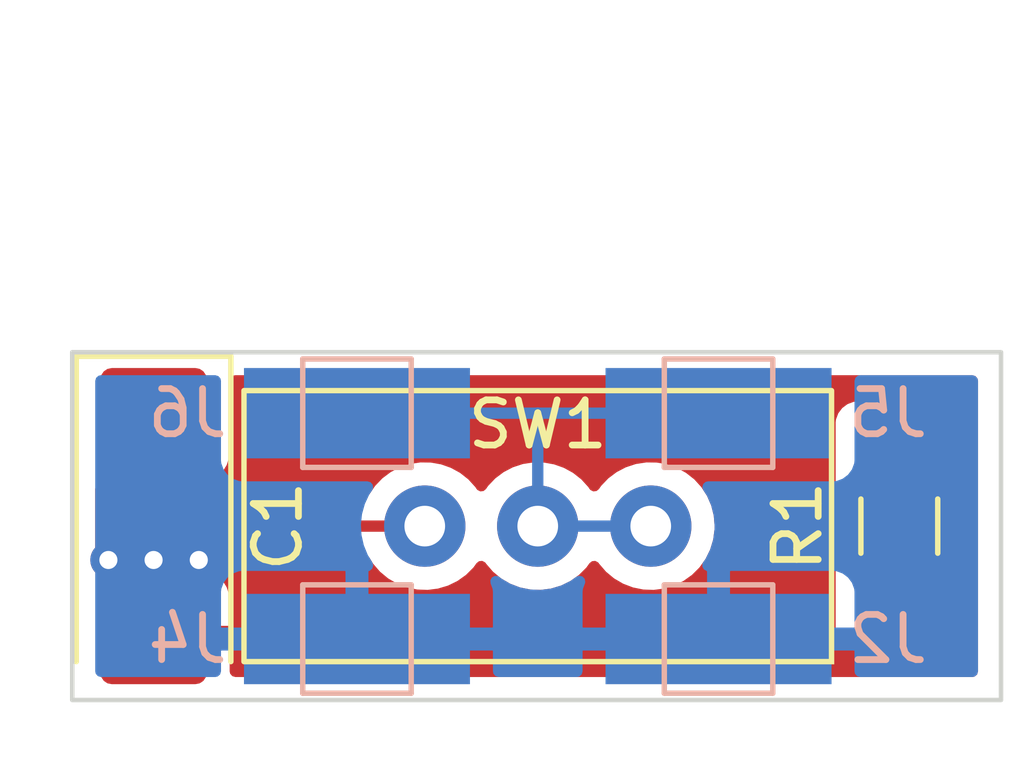
<source format=kicad_pcb>
(kicad_pcb (version 20211014) (generator pcbnew)
  (layers (0 "F.Cu" signal) (31 "B.Cu" signal) (34 "B.Paste" user) (35 "F.Paste" user) (36 "B.SilkS" user "B.Silkscreen") (37 "F.SilkS" user "F.Silkscreen") (38 "B.Mask" user) (39 "F.Mask" user) (44 "Edge.Cuts" user))
  (net 0 "")
  (net 1 "Net-(C1-Pad1)")
  (net 2 "GND")
  (net 3 "Net-(R1-Pad1)")
  (footprint "lavalier_switch:MFP 1220" (layer "F.Cu") (at 120 96 180)
    (fp_text reference "SW1" (at 0 2.25 unlocked) (layer "F.SilkS"))
    (fp_text value "SW_DPDT_x2")
    (fp_rect (start -6.5 -3) (end 6.5 3) (layer "F.SilkS") (width 0.12) (fill none))
    (pad "1" thru_hole circle (at -2.5 0 180) (size 1.8 1.8) (drill 0.9) (layers *.Cu *.Mask) (net 3 "Net-(R1-Pad1)"))
    (pad "2" thru_hole circle (at 0 0 180) (size 1.8 1.8) (drill 0.9) (layers *.Cu *.Mask) (net 3 "Net-(R1-Pad1)"))
    (pad "3" thru_hole circle (at 2.5 0 180) (size 1.8 1.8) (drill 0.9) (layers *.Cu *.Mask) (net 1 "Net-(C1-Pad1)"))
  )
  (footprint "Capacitor_Tantalum_SMD:CP_EIA-6032-15_Kemet-U" (layer "F.Cu") (at 111.5 96 -90)
    (fp_text reference "C1" (at 0 -2.75 90) (layer "F.SilkS"))
    (fp_text value "22u 10V")
    (fp_line (start 3 -1.71) (end -3.76 -1.71) (layer "F.SilkS") (width 0.12))
    (fp_line (start -3.76 1.71) (end 3 1.71) (layer "F.SilkS") (width 0.12))
    (fp_line (start -3.76 -1.71) (end -3.76 1.71) (layer "F.SilkS") (width 0.12))
    (pad "1" smd roundrect (at -2.4625 0 270) (size 2.075 2.35) (layers "F.Cu" "F.Paste" "F.Mask") (roundrect_rratio 0.120482) (net 1 "Net-(C1-Pad1)"))
    (pad "2" smd roundrect (at 2.4625 0 270) (size 2.075 2.35) (layers "F.Cu" "F.Paste" "F.Mask") (roundrect_rratio 0.120482) (net 2 "GND"))
  )
  (footprint "Resistor_SMD:R_MiniMELF_MMA-0204" (layer "F.Cu") (at 128 96 -90)
    (fp_text reference "R1" (at 0 2.25 90) (layer "F.SilkS"))
    (fp_text value "10k")
    (fp_line (start 0.6 0.85) (end -0.6 0.85) (layer "F.SilkS") (width 0.12))
    (fp_line (start -0.6 -0.85) (end 0.6 -0.85) (layer "F.SilkS") (width 0.12))
    (pad "1" smd rect (at -1.5 0 270) (size 1.5 1.8) (layers "F.Cu" "F.Paste" "F.Mask") (net 3 "Net-(R1-Pad1)"))
    (pad "2" smd rect (at 1.5 0 270) (size 1.5 1.8) (layers "F.Cu" "F.Paste" "F.Mask") (net 1 "Net-(C1-Pad1)"))
  )
  (footprint "TestPoint:TestPoint_Pad_2.0x2.0mm" (layer "B.Cu") (at 116 98.5 180)
    (fp_text reference "J4" (at 3.75 0) (layer "B.SilkS") (effects (justify mirror)))
    (fp_text value "Conn_01x01_Male")
    (fp_line (start -1.2 -1.2) (end -1.2 1.2) (layer "B.SilkS") (width 0.12))
    (fp_line (start 1.2 1.2) (end 1.2 -1.2) (layer "B.SilkS") (width 0.12))
    (fp_line (start 1.2 -1.2) (end -1.2 -1.2) (layer "B.SilkS") (width 0.12))
    (fp_line (start -1.2 1.2) (end 1.2 1.2) (layer "B.SilkS") (width 0.12))
    (pad "1" smd rect (at 0 0 180) (size 5 2) (layers "B.Cu" "B.Mask") (net 2 "GND"))
  )
  (footprint "TestPoint:TestPoint_Pad_2.0x2.0mm" (layer "B.Cu") (at 116 93.5 180)
    (fp_text reference "J6" (at 3.75 0) (layer "B.SilkS") (effects (justify mirror)))
    (fp_text value "Conn_01x01_Male")
    (fp_line (start -1.2 -1.2) (end -1.2 1.2) (layer "B.SilkS") (width 0.12))
    (fp_line (start -1.2 1.2) (end 1.2 1.2) (layer "B.SilkS") (width 0.12))
    (fp_line (start 1.2 1.2) (end 1.2 -1.2) (layer "B.SilkS") (width 0.12))
    (fp_line (start 1.2 -1.2) (end -1.2 -1.2) (layer "B.SilkS") (width 0.12))
    (pad "1" smd rect (at 0 0 180) (size 5 2) (layers "B.Cu" "B.Mask") (net 3 "Net-(R1-Pad1)"))
  )
  (footprint "TestPoint:TestPoint_Pad_2.0x2.0mm" (layer "B.Cu") (at 124 98.5 180)
    (fp_text reference "J2" (at -3.75 0) (layer "B.SilkS") (effects (justify mirror)))
    (fp_text value "Conn_01x01_Male")
    (fp_line (start -1.2 -1.2) (end -1.2 1.2) (layer "B.SilkS") (width 0.12))
    (fp_line (start -1.2 1.2) (end 1.2 1.2) (layer "B.SilkS") (width 0.12))
    (fp_line (start 1.2 1.2) (end 1.2 -1.2) (layer "B.SilkS") (width 0.12))
    (fp_line (start 1.2 -1.2) (end -1.2 -1.2) (layer "B.SilkS") (width 0.12))
    (pad "1" smd rect (at 0 0 180) (size 5 2) (layers "B.Cu" "B.Mask") (net 2 "GND"))
  )
  (footprint "TestPoint:TestPoint_Pad_2.0x2.0mm" (layer "B.Cu") (at 124 93.5 180)
    (fp_text reference "J5" (at -3.75 0) (layer "B.SilkS") (effects (justify mirror)))
    (fp_text value "Conn_01x01_Male")
    (fp_line (start -1.2 1.2) (end 1.2 1.2) (layer "B.SilkS") (width 0.12))
    (fp_line (start 1.2 -1.2) (end -1.2 -1.2) (layer "B.SilkS") (width 0.12))
    (fp_line (start -1.2 -1.2) (end -1.2 1.2) (layer "B.SilkS") (width 0.12))
    (fp_line (start 1.2 1.2) (end 1.2 -1.2) (layer "B.SilkS") (width 0.12))
    (pad "1" smd rect (at 0 0 180) (size 5 2) (layers "B.Cu" "B.Mask") (net 3 "Net-(R1-Pad1)"))
  )
  (gr_rect (start 109.7 92.15) (end 130.25 99.85) (layer "Edge.Cuts") (width 0.1) (fill none))
  (segment (start 111.5 95.25) (end 111.5 93.5375) (width 0.25) (layer "F.Cu") (net 1))
  (segment (start 112.25 96) (end 111.5 95.25) (width 0.25) (layer "F.Cu") (net 1))
  (segment (start 117.5 96) (end 112.25 96) (width 0.25) (layer "F.Cu") (net 1))
  (segment (start 111.5 98.4625) (end 111.5 96.75) (width 0.25) (layer "F.Cu") (net 2))
  (via (at 112.5 96.75) (size 0.8) (drill 0.4) (layers "F.Cu" "B.Cu") (net 2))
  (via (at 111.5 96.75) (size 0.8) (drill 0.4) (layers "F.Cu" "B.Cu") (net 2))
  (via (at 110.5 96.75) (size 0.8) (drill 0.4) (layers "F.Cu" "B.Cu") (net 2))
  (segment (start 111.5 96.75) (end 112.5 96.75) (width 0.25) (layer "B.Cu") (net 2))
  (segment (start 120 96) (end 120 93.5) (width 0.25) (layer "B.Cu") (net 3))
  (segment (start 116 93.5) (end 120 93.5) (width 0.25) (layer "B.Cu") (net 3))
  (segment (start 122.5 96) (end 120 96) (width 0.25) (layer "B.Cu") (net 3))
  (segment (start 120 93.5) (end 124 93.5) (width 0.25) (layer "B.Cu") (net 3))
  (zone (net 2) (net_name "GND") (layers F&B.Cu) (connect_pads (clearance 0.508)) (min_thickness 0.254) (fill yes (thermal_gap 0.508) (thermal_bridge_width 0.508))
    (polygon (pts (xy 130.25 99.85) (xy 109.7 99.85) (xy 109.7 92.15) (xy 130.25 92.15)))
  )
)
</source>
